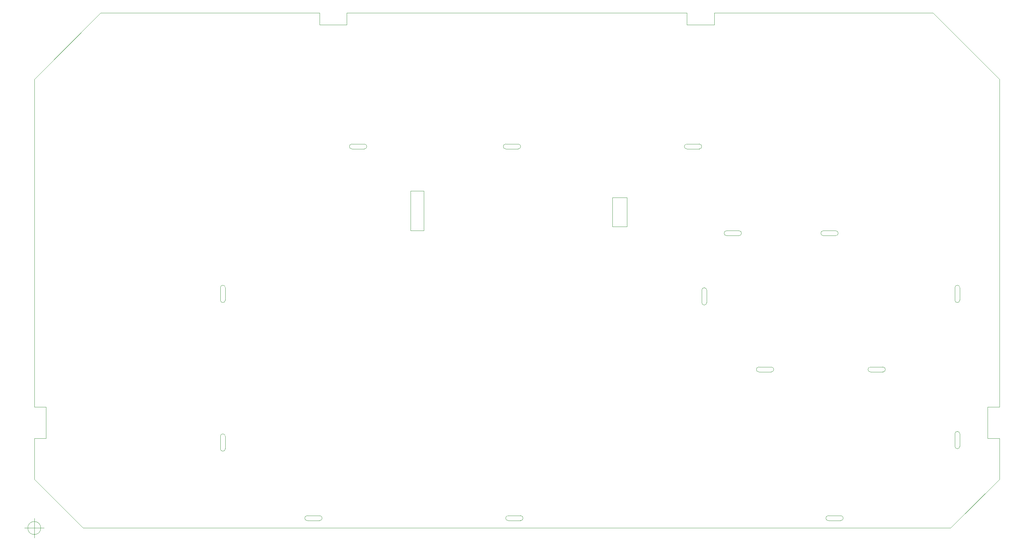
<source format=gbr>
G04 #@! TF.GenerationSoftware,KiCad,Pcbnew,(5.1.4)-1*
G04 #@! TF.CreationDate,2021-01-10T11:13:25+01:00*
G04 #@! TF.ProjectId,JrBoard,4a72426f-6172-4642-9e6b-696361645f70,rev?*
G04 #@! TF.SameCoordinates,Original*
G04 #@! TF.FileFunction,Profile,NP*
%FSLAX46Y46*%
G04 Gerber Fmt 4.6, Leading zero omitted, Abs format (unit mm)*
G04 Created by KiCad (PCBNEW (5.1.4)-1) date 2021-01-10 11:13:25*
%MOMM*%
%LPD*%
G04 APERTURE LIST*
%ADD10C,0.050000*%
G04 APERTURE END LIST*
D10*
X243170000Y-114995000D02*
X239995000Y-114995000D01*
X243170000Y-113725000D02*
G75*
G02X243170000Y-114995000I0J-635000D01*
G01*
X243170000Y-113725000D02*
X239995000Y-113725000D01*
X239995000Y-114995000D02*
G75*
G02X239995000Y-113725000I0J635000D01*
G01*
X214595000Y-113725000D02*
X211420000Y-113725000D01*
X211420000Y-114995000D02*
G75*
G02X211420000Y-113725000I0J635000D01*
G01*
X214595000Y-114995000D02*
X211420000Y-114995000D01*
X214595000Y-113725000D02*
G75*
G02X214595000Y-114995000I0J-635000D01*
G01*
X231105000Y-78800000D02*
X227930000Y-78800000D01*
X227930000Y-80070000D02*
G75*
G02X227930000Y-78800000I0J635000D01*
G01*
X231105000Y-80070000D02*
X227930000Y-80070000D01*
X231105000Y-78800000D02*
G75*
G02X231105000Y-80070000I0J-635000D01*
G01*
X206340000Y-78800000D02*
G75*
G02X206340000Y-80070000I0J-635000D01*
G01*
X203165000Y-80070000D02*
G75*
G02X203165000Y-78800000I0J635000D01*
G01*
X206340000Y-80070000D02*
X203165000Y-80070000D01*
X206340000Y-78800000D02*
X203165000Y-78800000D01*
X196180000Y-56575000D02*
G75*
G02X196180000Y-57845000I0J-635000D01*
G01*
X193005000Y-57845000D02*
G75*
G02X193005000Y-56575000I0J635000D01*
G01*
X196180000Y-57845000D02*
X193005000Y-57845000D01*
X196180000Y-56575000D02*
X193005000Y-56575000D01*
X149825000Y-56575000D02*
X146650000Y-56575000D01*
X149825000Y-57845000D02*
X146650000Y-57845000D01*
X149825000Y-56575000D02*
G75*
G02X149825000Y-57845000I0J-635000D01*
G01*
X146650000Y-57845000D02*
G75*
G02X146650000Y-56575000I0J635000D01*
G01*
X110455000Y-57845000D02*
X107280000Y-57845000D01*
X110455000Y-56575000D02*
G75*
G02X110455000Y-57845000I0J-635000D01*
G01*
X107280000Y-57845000D02*
G75*
G02X107280000Y-56575000I0J635000D01*
G01*
X110455000Y-56575000D02*
X107280000Y-56575000D01*
X229200000Y-153095000D02*
G75*
G02X229200000Y-151825000I0J635000D01*
G01*
X232375000Y-153095000D02*
X229200000Y-153095000D01*
X232375000Y-151825000D02*
G75*
G02X232375000Y-153095000I0J-635000D01*
G01*
X232375000Y-151825000D02*
X229200000Y-151825000D01*
X150460000Y-153095000D02*
X147285000Y-153095000D01*
X150460000Y-151825000D02*
G75*
G02X150460000Y-153095000I0J-635000D01*
G01*
X147285000Y-153095000D02*
G75*
G02X147285000Y-151825000I0J635000D01*
G01*
X150460000Y-151825000D02*
X147285000Y-151825000D01*
X99025000Y-151825000D02*
G75*
G02X99025000Y-153095000I0J-635000D01*
G01*
X95850000Y-153095000D02*
G75*
G02X95850000Y-151825000I0J635000D01*
G01*
X99025000Y-151825000D02*
X95850000Y-151825000D01*
X99025000Y-153095000D02*
X95850000Y-153095000D01*
X198085000Y-97215000D02*
G75*
G02X196815000Y-97215000I-635000J0D01*
G01*
X196815000Y-94040000D02*
G75*
G02X198085000Y-94040000I635000J0D01*
G01*
X198085000Y-97215000D02*
X198085000Y-94040000D01*
X196815000Y-97215000D02*
X196815000Y-94040000D01*
X261585000Y-96580000D02*
X261585000Y-93405000D01*
X262855000Y-96580000D02*
G75*
G02X261585000Y-96580000I-635000J0D01*
G01*
X261585000Y-93405000D02*
G75*
G02X262855000Y-93405000I635000J0D01*
G01*
X262855000Y-96580000D02*
X262855000Y-93405000D01*
X262855000Y-134045000D02*
G75*
G02X261585000Y-134045000I-635000J0D01*
G01*
X261585000Y-130870000D02*
G75*
G02X262855000Y-130870000I635000J0D01*
G01*
X262855000Y-134045000D02*
X262855000Y-130870000D01*
X261585000Y-134045000D02*
X261585000Y-130870000D01*
X73625000Y-134680000D02*
X73625000Y-131505000D01*
X74895000Y-134680000D02*
G75*
G02X73625000Y-134680000I-635000J0D01*
G01*
X73625000Y-131505000D02*
G75*
G02X74895000Y-131505000I635000J0D01*
G01*
X74895000Y-134680000D02*
X74895000Y-131505000D01*
X74895000Y-96580000D02*
G75*
G02X73625000Y-96580000I-635000J0D01*
G01*
X73625000Y-93405000D02*
G75*
G02X74895000Y-93405000I635000J0D01*
G01*
X74895000Y-96580000D02*
X74895000Y-93405000D01*
X73625000Y-96580000D02*
X73625000Y-93405000D01*
X173955000Y-77784000D02*
X173955000Y-70291000D01*
X177638000Y-77784000D02*
X173955000Y-77784000D01*
X177638000Y-70291000D02*
X177638000Y-77784000D01*
X173955000Y-70291000D02*
X177638000Y-70291000D01*
X122266000Y-78800000D02*
X122266000Y-68640000D01*
X125695000Y-78800000D02*
X122266000Y-78800000D01*
X125695000Y-68640000D02*
X125695000Y-78800000D01*
X122266000Y-68640000D02*
X125695000Y-68640000D01*
X273000000Y-132000000D02*
X273000000Y-142500000D01*
X270000000Y-124000000D02*
X273000000Y-124000000D01*
X270000000Y-132000000D02*
X270000000Y-124000000D01*
X273000000Y-132000000D02*
X270000000Y-132000000D01*
X200000000Y-23000000D02*
X256000000Y-23000000D01*
X193000000Y-26000000D02*
X193000000Y-23000000D01*
X200000000Y-26000000D02*
X193000000Y-26000000D01*
X200000000Y-23000000D02*
X200000000Y-26000000D01*
X99000000Y-23000000D02*
X43000000Y-23000000D01*
X106000000Y-26000000D02*
X106000000Y-23000000D01*
X99000000Y-26000000D02*
X106000000Y-26000000D01*
X99000000Y-23000000D02*
X99000000Y-26000000D01*
X26000000Y-132000000D02*
X26000000Y-142500000D01*
X29000000Y-124000000D02*
X26000000Y-124000000D01*
X29000000Y-132000000D02*
X29000000Y-124000000D01*
X26000000Y-132000000D02*
X29000000Y-132000000D01*
X27666666Y-155000000D02*
G75*
G03X27666666Y-155000000I-1666666J0D01*
G01*
X23500000Y-155000000D02*
X28500000Y-155000000D01*
X26000000Y-152500000D02*
X26000000Y-157500000D01*
X273000000Y-40000000D02*
X256000000Y-23000000D01*
X273000000Y-142500000D02*
X260500000Y-155000000D01*
X26000000Y-142500000D02*
X38500000Y-155000000D01*
X26000000Y-40000000D02*
X43000000Y-23000000D01*
X260500000Y-155000000D02*
X38500000Y-155000000D01*
X273000000Y-40000000D02*
X273000000Y-124000000D01*
X106000000Y-23000000D02*
X193000000Y-23000000D01*
X26000000Y-40000000D02*
X26000000Y-124000000D01*
M02*

</source>
